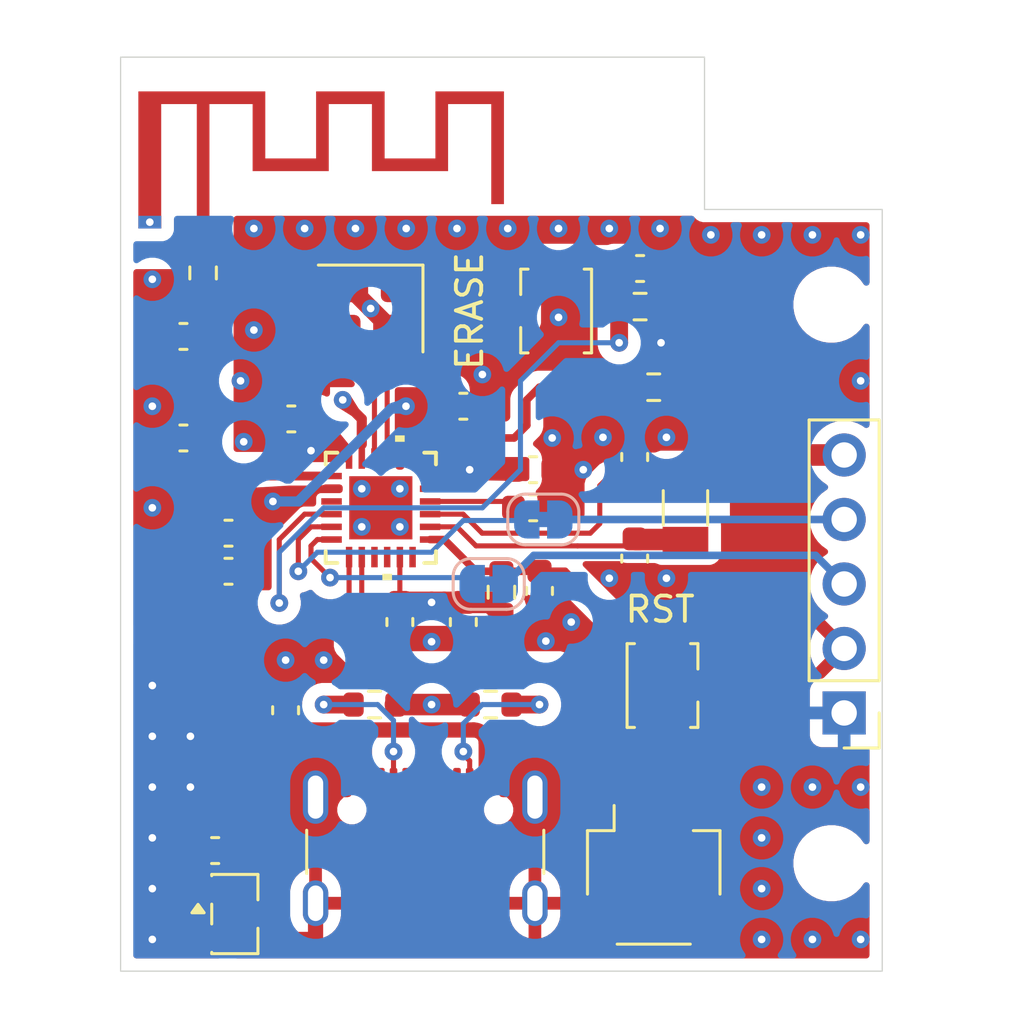
<source format=kicad_pcb>
(kicad_pcb (version 20241229) (generator "pcbnew") (generator_version "9.0")
  (layers (0 "F.Cu" signal) (4 "In1.Cu" signal) (6 "In2.Cu" signal) (2 "B.Cu" signal) (13 "F.Paste" user) (15 "B.Paste" user) (5 "F.SilkS" user "F.Silkscreen") (7 "B.SilkS" user "B.Silkscreen") (1 "F.Mask" user) (3 "B.Mask" user) (25 "Edge.Cuts" user))
  (net 0 "")
  (net 1 "+3V3")
  (net 2 "GND")
  (net 3 "Net-(U1-X48P)")
  (net 4 "Net-(U1-X48N)")
  (net 5 "+VDDR")
  (net 6 "Net-(U1-DIO3_X32P)")
  (net 7 "Net-(U1-DIO4_X32N)")
  (net 8 "Net-(U1-RSTN)")
  (net 9 "/RF_MCU")
  (net 10 "/RF_IMP_MATCH")
  (net 11 "/RF_ANTENNA")
  (net 12 "+VDDD")
  (net 13 "/SWDIO")
  (net 20 "+VBUS")
  (net 24 "/SWCLK")
  (net 25 "/CC2")
  (net 26 "/CC1")
  (net 27 "/UART_RX")
  (net 28 "/UART_TX")
  (net 29 "/SEN_OUT")
  (net 30 "/SEN_OUT_MCU")
  (net 31 "/UART_RX_OUT")
  (net 32 "/UART_TX_OUT")
  (net 33 "/ERASE")
  (footprint "Capacitor_SMD:C_0603_1608Metric" (layer "F.Cu") (at 150 104.25 -90)
    (property "Reference" "C2" (hide yes))
    (property "Value" "0u1")
    (pad "1" smd roundrect (at -0.775 0 270) (size 0.9 0.95) (layers "F.Cu" "F.Mask" "F.Paste") (net 1 "+3V3"))
    (pad "2" smd roundrect (at 0.775 0 270) (size 0.9 0.95) (layers "F.Cu" "F.Mask" "F.Paste") (net 2 "GND"))
  )
  (footprint "Crystal:Crystal_SMD_3225-4Pin_3.2x2.5mm" (layer "F.Cu") (at 148.85 91.9 180)
    (property "Reference" "Y1" (hide yes))
    (property "Value" "48M")
    (pad "1" smd roundrect (at -1.1 0.85 180) (size 1.4 1.2) (layers "F.Cu" "F.Mask" "F.Paste") (roundrect_rratio 0.208333) (net 3 "Net-(U1-X48P)"))
    (pad "2" smd roundrect (at 1.1 0.85 180) (size 1.4 1.2) (layers "F.Cu" "F.Mask" "F.Paste") (roundrect_rratio 0.208333) (net 2 "GND"))
    (pad "3" smd roundrect (at 1.1 -0.85 180) (size 1.4 1.2) (layers "F.Cu" "F.Mask" "F.Paste") (roundrect_rratio 0.208333) (net 4 "Net-(U1-X48N)"))
    (pad "4" smd roundrect (at -1.1 -0.85 180) (size 1.4 1.2) (layers "F.Cu" "F.Mask" "F.Paste") (roundrect_rratio 0.208333) (net 2 "GND"))
  )
  (footprint "Capacitor_SMD:C_0603_1608Metric" (layer "F.Cu") (at 152.5 95.75)
    (property "Reference" "C6" (hide yes))
    (property "Value" "0u1")
    (pad "1" smd roundrect (at -0.775 0) (size 0.9 0.95) (layers "F.Cu" "F.Mask" "F.Paste") (net 5 "+VDDR"))
    (pad "2" smd roundrect (at 0.775 0) (size 0.9 0.95) (layers "F.Cu" "F.Mask" "F.Paste") (net 2 "GND"))
  )
  (footprint "Capacitor_SMD:C_0603_1608Metric" (layer "F.Cu") (at 152.5 104.25 -90)
    (property "Reference" "C4" (hide yes))
    (property "Value" "10u")
    (pad "1" smd roundrect (at -0.775 0 270) (size 0.9 0.95) (layers "F.Cu" "F.Mask" "F.Paste") (net 1 "+3V3"))
    (pad "2" smd roundrect (at 0.775 0 270) (size 0.9 0.95) (layers "F.Cu" "F.Mask" "F.Paste") (net 2 "GND"))
  )
  (footprint "Resistor_SMD:R_0603_1608Metric" (layer "F.Cu") (at 154 103.075 -90)
    (property "Reference" "R1" (hide yes))
    (property "Value" "5k1")
    (pad "1" smd roundrect (at -0.825 0 270) (size 0.8 0.95) (layers "F.Cu" "F.Mask" "F.Paste") (net 8 "Net-(U1-RSTN)"))
    (pad "2" smd roundrect (at 0.825 0 270) (size 0.8 0.95) (layers "F.Cu" "F.Mask" "F.Paste") (net 1 "+3V3"))
  )
  (footprint "Capacitor_SMD:C_0603_1608Metric" (layer "F.Cu") (at 142.725 113.25)
    (property "Reference" "C8" (hide yes))
    (property "Value" "1u")
    (pad "1" smd roundrect (at -0.775 0) (size 0.9 0.95) (layers "F.Cu" "F.Mask" "F.Paste") (net 1 "+3V3"))
    (pad "2" smd roundrect (at 0.775 0) (size 0.9 0.95) (layers "F.Cu" "F.Mask" "F.Paste") (net 2 "GND"))
  )
  (footprint "Capacitor_SMD:C_0603_1608Metric" (layer "F.Cu") (at 155.5 103.025 -90)
    (property "Reference" "C13" (hide yes))
    (property "Value" "1u")
    (pad "1" smd roundrect (at -0.775 0 270) (size 0.9 0.95) (layers "F.Cu" "F.Mask" "F.Paste") (net 8 "Net-(U1-RSTN)"))
    (pad "2" smd roundrect (at 0.775 0 270) (size 0.9 0.95) (layers "F.Cu" "F.Mask" "F.Paste") (net 2 "GND"))
  )
  (footprint "Capacitor_SMD:C_0603_1608Metric" (layer "F.Cu") (at 141.475 97 180)
    (property "Reference" "C14" (hide yes))
    (property "Value" "1p5")
    (pad "1" smd roundrect (at -0.775 0 180) (size 0.9 0.95) (layers "F.Cu" "F.Mask" "F.Paste") (net 9 "/RF_MCU"))
    (pad "2" smd roundrect (at 0.775 0 180) (size 0.9 0.95) (layers "F.Cu" "F.Mask" "F.Paste") (net 2 "GND"))
  )
  (footprint "Connector_USB:USB_C_Receptacle_GCT_USB4105-xx-A_16P_TopMnt_Horizontal" (layer "F.Cu") (at 151 114.25)
    (property "Reference" "J3" (hide yes))
    (property "Value" "USB_C_Receptacle_USB2.0_16P")
    (pad "" np_thru_hole circle (at -2.89 -2.605) (size 0.65 0.65) (drill 0.65) (layers "*.Cu" "*.Mask"))
    (pad "" np_thru_hole circle (at 2.89 -2.605) (size 0.65 0.65) (drill 0.65) (layers "*.Cu" "*.Mask"))
    (pad "A1" smd roundrect (at -3.2 -3.68) (size 0.6 1.15) (layers "F.Cu" "F.Mask" "F.Paste") (net 2 "GND"))
    (pad "A4" smd roundrect (at -2.4 -3.68) (size 0.6 1.15) (layers "F.Cu" "F.Mask" "F.Paste") (net 20 "+VBUS"))
    (pad "A5" smd roundrect (at -1.25 -3.68) (size 0.3 1.15) (layers "F.Cu" "F.Mask" "F.Paste") (net 26 "/CC1"))
    (pad "A6" smd roundrect (at -0.25 -3.68) (size 0.3 1.15) (layers "F.Cu" "F.Mask" "F.Paste"))
    (pad "A7" smd roundrect (at 0.25 -3.68) (size 0.3 1.15) (layers "F.Cu" "F.Mask" "F.Paste"))
    (pad "A8" smd roundrect (at 1.25 -3.68) (size 0.3 1.15) (layers "F.Cu" "F.Mask" "F.Paste"))
    (pad "A9" smd roundrect (at 2.4 -3.68) (size 0.6 1.15) (layers "F.Cu" "F.Mask" "F.Paste") (net 20 "+VBUS"))
    (pad "A12" smd roundrect (at 3.2 -3.68) (size 0.6 1.15) (layers "F.Cu" "F.Mask" "F.Paste") (net 2 "GND"))
    (pad "B1" smd roundrect (at 3.2 -3.68) (size 0.6 1.15) (layers "F.Cu" "F.Mask" "F.Paste") (net 2 "GND"))
    (pad "B4" smd roundrect (at 2.4 -3.68) (size 0.6 1.15) (layers "F.Cu" "F.Mask" "F.Paste") (net 20 "+VBUS"))
    (pad "B5" smd roundrect (at 1.75 -3.68) (size 0.3 1.15) (layers "F.Cu" "F.Mask" "F.Paste") (net 25 "/CC2"))
    (pad "B6" smd roundrect (at 0.75 -3.68) (size 0.3 1.15) (layers "F.Cu" "F.Mask" "F.Paste"))
    (pad "B7" smd roundrect (at -0.75 -3.68) (size 0.3 1.15) (layers "F.Cu" "F.Mask" "F.Paste"))
    (pad "B8" smd roundrect (at -1.75 -3.68) (size 0.3 1.15) (layers "F.Cu" "F.Mask" "F.Paste"))
    (pad "B9" smd roundrect (at -2.4 -3.68) (size 0.6 1.15) (layers "F.Cu" "F.Mask" "F.Paste") (net 20 "+VBUS"))
    (pad "B12" smd roundrect (at -3.2 -3.68) (size 0.6 1.15) (layers "F.Cu" "F.Mask" "F.Paste") (net 2 "GND"))
    (pad "S1" thru_hole oval (at -4.32 -3.105) (size 1 2.1) (drill oval 0.6 1.7) (property pad_prop_heatsink) (layers "*.Cu" "*.Mask" "F.Paste") (net 2 "GND"))
    (pad "S1" thru_hole oval (at -4.32 1.075) (size 1 1.8) (drill oval 0.6 1.4) (property pad_prop_heatsink) (layers "*.Cu" "*.Mask" "F.Paste") (net 2 "GND"))
    (pad "S1" thru_hole oval (at 4.32 -3.105) (size 1 2.1) (drill oval 0.6 1.7) (property pad_prop_heatsink) (layers "*.Cu" "*.Mask" "F.Paste") (net 2 "GND"))
    (pad "S1" thru_hole oval (at 4.32 1.075) (size 1 1.8) (drill oval 0.6 1.4) (property pad_prop_heatsink) (layers "*.Cu" "*.Mask" "F.Paste") (net 2 "GND"))
  )
  (footprint "Capacitor_SMD:C_0603_1608Metric" (layer "F.Cu") (at 155.25 99.75)
    (property "Reference" "C7" (hide yes))
    (property "Value" "1u")
    (pad "1" smd roundrect (at -0.775 0) (size 0.9 0.95) (layers "F.Cu" "F.Mask" "F.Paste") (net 12 "+VDDD"))
    (pad "2" smd roundrect (at 0.775 0) (size 0.9 0.95) (layers "F.Cu" "F.Mask" "F.Paste") (net 2 "GND"))
  )
  (footprint "RF_Antenna:Texas_SWRA117D_2.4GHz_Right" (layer "F.Cu") (at 142.25 88.5)
    (property "Reference" "J1" (hide yes))
    (property "Value" "Conn_Coaxial")
    (fp_poly (pts (xy 2.45 -2.51) (xy 4.45 -2.51) (xy 4.45 -5.15) (xy 7.15 -5.15) (xy 7.15 -2.51) (xy 9.15 -2.51) (xy 9.15 -5.15) (xy 11.85 -5.15) (xy 11.85 -0.71) (xy 11.35 -0.71) (xy 11.35 -4.65) (xy 9.65 -4.65) (xy 9.65 -2.01) (xy 6.65 -2.01) (xy 6.65 -4.65) (xy 4.95 -4.65) (xy 4.95 -2.01) (xy 1.95 -2.01) (xy 1.95 -4.65) (xy 0.25 -4.65) (xy 0.25 0.25) (xy -0.25 0.25) (xy -0.25 -4.65) (xy -1.65 -4.65) (xy -1.65 0.25) (xy -2.55 0.25) (xy -2.55 0.006785) (xy -2.247583 0.006785) (xy -2.237742 0.054395) (xy -2.213674 0.096797) (xy -2.175731 0.129581) (xy -2.167819 0.133935) (xy -2.125156 0.146043) (xy -2.076637 0.1453) (xy -2.031122 0.1324) (xy -2.012511 0.121787) (xy -1.978868 0.086553) (xy -1.958309 0.041368) (xy -1.951778 -0.008158) (xy -1.960218 -0.056417) (xy -1.977112 -0.088643) (xy -2.012372 -0.121313) (xy -2.057682 -0.141408) (xy -2.107267 -0.147982) (xy -2.155353 -0.140092) (xy -2.188245 -0.123186) (xy -2.223185 -0.086416) (xy -2.242847 -0.041622) (xy -2.247583 0.006785) (xy -2.55 0.006785) (xy -2.55 -5.15) (xy 2.45 -5.15) (xy 2.45 -2.51)) (fill yes) (layer "F.Cu"))
    (pad "1" connect rect (at 0 0) (size 0.5 0.5) (layers "F.Cu") (net 11 "/RF_ANTENNA"))
    (pad "2" thru_hole rect (at -2.1 0) (size 0.9 0.5) (drill 0.3) (layers "*.Cu") (net 2 "GND"))
  )
  (footprint "Resistor_SMD:R_0603_1608Metric" (layer "F.Cu") (at 160 95 180)
    (property "Reference" "R4" (hide yes))
    (property "Value" "5k1")
    (pad "1" smd roundrect (at -0.825 0 180) (size 0.8 0.95) (layers "F.Cu" "F.Mask" "F.Paste") (net 29 "/SEN_OUT"))
    (pad "2" smd roundrect (at 0.825 0 180) (size 0.8 0.95) (layers "F.Cu" "F.Mask" "F.Paste") (net 30 "/SEN_OUT_MCU"))
  )
  (footprint "Connector_PinHeader_2.54mm:PinHeader_1x05_P2.54mm_Vertical" (layer "F.Cu") (at 167.5 107.83 180)
    (property "Reference" "U2" (hide yes))
    (property "Value" "SEN0609")
    (pad "1" thru_hole rect (at 0 0 180) (size 1.7 1.7) (drill 1) (layers "*.Cu" "*.Mask") (net 1 "+3V3"))
    (pad "2" thru_hole circle (at 0 2.54 180) (size 1.7 1.7) (drill 1) (layers "*.Cu" "*.Mask") (net 2 "GND"))
    (pad "3" thru_hole circle (at 0 5.08 180) (size 1.7 1.7) (drill 1) (layers "*.Cu" "*.Mask") (net 32 "/UART_TX_OUT"))
    (pad "4" thru_hole circle (at 0 7.62 180) (size 1.7 1.7) (drill 1) (layers "*.Cu" "*.Mask") (net 31 "/UART_RX_OUT"))
    (pad "5" thru_hole circle (at 0 10.16 180) (size 1.7 1.7) (drill 1) (layers "*.Cu" "*.Mask") (net 29 "/SEN_OUT"))
  )
  (footprint "Capacitor_SMD:C_0603_1608Metric" (layer "F.Cu") (at 155.25 98.25)
    (property "Reference" "C3" (hide yes))
    (property "Value" "0u1")
    (pad "1" smd roundrect (at -0.775 0) (size 0.9 0.95) (layers "F.Cu" "F.Mask" "F.Paste") (net 1 "+3V3"))
    (pad "2" smd roundrect (at 0.775 0) (size 0.9 0.95) (layers "F.Cu" "F.Mask" "F.Paste") (net 2 "GND"))
  )
  (footprint "Package_TO_SOT_SMD:SOT-23-3" (layer "F.Cu") (at 143.5 115.75)
    (property "Reference" "U3" (hide yes))
    (property "Value" "XC6206P332MR-G")
    (pad "1" smd roundrect (at -1.1375 -0.95) (size 1.325 0.6) (layers "F.Cu" "F.Mask" "F.Paste") (net 2 "GND"))
    (pad "2" smd roundrect (at -1.1375 0.95) (size 1.325 0.6) (layers "F.Cu" "F.Mask" "F.Paste") (net 1 "+3V3"))
    (pad "3" smd roundrect (at 1.1375 0) (size 1.325 0.6) (layers "F.Cu" "F.Mask" "F.Paste") (net 20 "+VBUS"))
  )
  (footprint "Inductor_SMD:L_0402_1005Metric" (layer "F.Cu") (at 142.25 95 90)
    (property "Reference" "L2" (hide yes))
    (property "Value" "2n8")
    (pad "1" smd roundrect (at -0.485 0 90) (size 0.59 0.64) (layers "F.Cu" "F.Mask" "F.Paste") (net 9 "/RF_MCU"))
    (pad "2" smd roundrect (at 0.485 0 90) (size 0.59 0.64) (layers "F.Cu" "F.Mask" "F.Paste") (net 10 "/RF_IMP_MATCH"))
  )
  (footprint "Capacitor_SMD:C_0603_1608Metric" (layer "F.Cu") (at 145.725 96.25 180)
    (property "Reference" "C1" (hide yes))
    (property "Value" "0u1")
    (pad "1" smd roundrect (at -0.775 0 180) (size 0.9 0.95) (layers "F.Cu" "F.Mask" "F.Paste") (net 1 "+3V3"))
    (pad "2" smd roundrect (at 0.775 0 180) (size 0.9 0.95) (layers "F.Cu" "F.Mask" "F.Paste") (net 2 "GND"))
  )
  (footprint "Resistor_SMD:R_0603_1608Metric" (layer "F.Cu") (at 153.575 107.5)
    (property "Reference" "R2" (hide yes))
    (property "Value" "5k1")
    (pad "1" smd roundrect (at -0.825 0) (size 0.8 0.95) (layers "F.Cu" "F.Mask" "F.Paste") (net 2 "GND"))
    (pad "2" smd roundrect (at 0.825 0) (size 0.8 0.95) (layers "F.Cu" "F.Mask" "F.Paste") (net 25 "/CC2"))
  )
  (footprint "Resistor_SMD:R_0603_1608Metric" (layer "F.Cu") (at 149 107.5 180)
    (property "Reference" "R3" (hide yes))
    (property "Value" "5k1")
    (pad "1" smd roundrect (at -0.825 0 180) (size 0.8 0.95) (layers "F.Cu" "F.Mask" "F.Paste") (net 2 "GND") (thermal_gap 0.25))
    (pad "2" smd roundrect (at 0.825 0 180) (size 0.8 0.95) (layers "F.Cu" "F.Mask" "F.Paste") (net 26 "/CC1"))
  )
  (footprint "footprints:VQFN24_RGE-B_TEX" (layer "F.Cu") (at 149.25 99.75)
    (property "Reference" "U1" (hide yes))
    (property "Value" "CC2340R52E0RGER")
    (pad "1" smd rect (at -1.9407 -1.250315 90) (size 0.2548 0.807999) (layers "F.Cu" "F.Mask" "F.Paste") (net 9 "/RF_MCU"))
    (pad "2" smd rect (at -1.9407 -0.750189 90) (size 0.2548 0.807999) (layers "F.Cu" "F.Mask" "F.Paste") (net 5 "+VDDR"))
    (pad "3" smd rect (at -1.9407 -0.250063 90) (size 0.2548 0.807999) (layers "F.Cu" "F.Mask" "F.Paste"))
    (pad "4" smd rect (at -1.9407 0.250063 90) (size 0.2548 0.807999) (layers "F.Cu" "F.Mask" "F.Paste") (net 33 "/ERASE"))
    (pad "5" smd rect (at -1.9407 0.750189 90) (size 0.2548 0.807999) (layers "F.Cu" "F.Mask" "F.Paste") (net 27 "/UART_RX"))
    (pad "6" smd rect (at -1.9407 1.250315 90) (size 0.2548 0.807999) (layers "F.Cu" "F.Mask" "F.Paste") (net 28 "/UART_TX"))
    (pad "7" smd rect (at -1.250315 1.9407) (size 0.2548 0.807999) (layers "F.Cu" "F.Mask" "F.Paste") (net 13 "/SWDIO"))
    (pad "8" smd rect (at -0.750189 1.9407) (size 0.2548 0.807999) (layers "F.Cu" "F.Mask" "F.Paste") (net 24 "/SWCLK"))
    (pad "9" smd rect (at -0.250063 1.9407) (size 0.2548 0.807999) (layers "F.Cu" "F.Mask" "F.Paste"))
    (pad "10" smd rect (at 0.250063 1.9407) (size 0.2548 0.807999) (layers "F.Cu" "F.Mask" "F.Paste"))
    (pad "11" smd rect (at 0.750189 1.9407) (size 0.2548 0.807999) (layers "F.Cu" "F.Mask" "F.Paste") (net 1 "+3V3"))
    (pad "12" smd rect (at 1.250315 1.9407) (size 0.2548 0.807999) (layers "F.Cu" "F.Mask" "F.Paste"))
    (pad "13" smd rect (at 1.9407 1.250315 90) (size 0.2548 0.807999) (layers "F.Cu" "F.Mask" "F.Paste") (net 8 "Net-(U1-RSTN)"))
    (pad "14" smd rect (at 1.9407 0.750189 90) (size 0.2548 0.807999) (layers "F.Cu" "F.Mask" "F.Paste") (net 6 "Net-(U1-DIO3_X32P)"))
    (pad "15" smd rect (at 1.9407 0.250063 90) (size 0.2548 0.807999) (layers "F.Cu" "F.Mask" "F.Paste") (net 7 "Net-(U1-DIO4_X32N)"))
    (pad "16" smd rect (at 1.9407 -0.250063 90) (size 0.2548 0.807999) (layers "F.Cu" "F.Mask" "F.Paste") (net 12 "+VDDD"))
    (pad "17" smd rect (at 1.9407 -0.750189 90) (size 0.2548 0.807999) (layers "F.Cu" "F.Mask" "F.Paste"))
    (pad "18" smd rect (at 1.9407 -1.250315 90) (size 0.2548 0.807999) (layers "F.Cu" "F.Mask" "F.Paste") (net 1 "+3V3"))
    (pad "19" smd rect (at 1.250315 -1.9407) (size 0.2548 0.807999) (layers "F.Cu" "F.Mask" "F.Paste") (net 30 "/SEN_OUT_MCU"))
    (pad "20" smd rect (at 0.750189 -1.9407) (size 0.2548 0.807999) (layers "F.Cu" "F.Mask" "F.Paste") (net 5 "+VDDR"))
    (pad "21" smd rect (at 0.250063 -1.9407) (size 0.2548 0.807999) (layers "F.Cu" "F.Mask" "F.Paste") (net 3 "Net-(U1-X48P)"))
    (pad "22" smd rect (at -0.250063 -1.9407) (size 0.2548 0.807999) (layers "F.Cu" "F.Mask" "F.Paste") (net 4 "Net-(U1-X48N)"))
    (pad "23" smd rect (at -0.750189 -1.9407) (size 0.2548 0.807999) (layers "F.Cu" "F.Mask" "F.Paste") (net 2 "GND"))
    (pad "24" smd rect (at -1.250315 -1.9407) (size 0.2548 0.807999) (layers "F.Cu" "F.Mask" "F.Paste") (net 1 "+3V3"))
    (pad "25" smd rect (at 0 0) (size 2.4892 2.4892) (layers "F.Cu" "F.Mask" "F.Paste") (net 2 "GND"))
  )
  (footprint "Capacitor_SMD:C_0603_1608Metric" (layer "F.Cu") (at 159.25 101.75 -90)
    (property "Reference" "C11" (hide yes))
    (property "Value" "15p")
    (pad "1" smd roundrect (at -0.775 0 270) (size 0.9 0.95) (layers "F.Cu" "F.Mask" "F.Paste") (net 6 "Net-(U1-DIO3_X32P)"))
    (pad "2" smd roundrect (at 0.775 0 270) (size 0.9 0.95) (layers "F.Cu" "F.Mask" "F.Paste") (net 2 "GND"))
  )
  (footprint "Capacitor_SMD:C_0603_1608Metric" (layer "F.Cu") (at 143.25 102.25 180)
    (property "Reference" "C10" (hide yes))
    (property "Value" "10u")
    (pad "1" smd roundrect (at -0.775 0 180) (size 0.9 0.95) (layers "F.Cu" "F.Mask" "F.Paste") (net 5 "+VDDR"))
    (pad "2" smd roundrect (at 0.775 0 180) (size 0.9 0.95) (layers "F.Cu" "F.Mask" "F.Paste") (net 2 "GND"))
  )
  (footprint "Resistor_SMD:R_0603_1608Metric" (layer "F.Cu") (at 159.4625 91.825)
    (property "Reference" "R5" (hide yes))
    (property "Value" "5k1")
    (pad "1" smd roundrect (at -0.825 0) (size 0.8 0.95) (layers "F.Cu" "F.Mask" "F.Paste") (net 33 "/ERASE"))
    (pad "2" smd roundrect (at 0.825 0) (size 0.8 0.95) (layers "F.Cu" "F.Mask" "F.Paste") (net 1 "+3V3"))
  )
  (footprint "Button_Switch_SMD:SW_SPST_B3U-1100P" (layer "F.Cu") (at 155.33 92 -90)
    (property "Reference" "SW2" (hide yes))
    (property "Value" "SW_Push")
    (property "Label" "ERASE" (at 0 2.58 90) (layer "F.SilkS"))
    (pad "1" smd rect (at -1.7 -0.82 270) (size 0.9 1.7) (layers "F.Cu" "F.Mask" "F.Paste") (net 33 "/ERASE"))
    (pad "2" smd rect (at 1.7 -0.82 270) (size 0.9 1.7) (layers "F.Cu" "F.Mask" "F.Paste") (net 2 "GND"))
    (pad "3" smd rect (at 0 0.82 270) (size 0.8 1.1) (layers "F.Cu" "F.Mask" "F.Paste"))
  )
  (footprint "Capacitor_SMD:C_0603_1608Metric" (layer "F.Cu") (at 159.4625 90.325)
    (property "Reference" "C17" (hide yes))
    (property "Value" "1u")
    (pad "1" smd roundrect (at -0.775 0) (size 0.9 0.95) (layers "F.Cu" "F.Mask" "F.Paste") (net 33 "/ERASE"))
    (pad "2" smd roundrect (at 0.775 0) (size 0.9 0.95) (layers "F.Cu" "F.Mask" "F.Paste") (net 2 "GND"))
  )
  (footprint "Capacitor_SMD:C_0603_1608Metric" (layer "F.Cu") (at 159.25 97.75 90)
    (property "Reference" "C12" (hide yes))
    (property "Value" "15p")
    (pad "1" smd roundrect (at -0.775 0 90) (size 0.9 0.95) (layers "F.Cu" "F.Mask" "F.Paste") (net 7 "Net-(U1-DIO4_X32N)"))
    (pad "2" smd roundrect (at 0.775 0 90) (size 0.9 0.95) (layers "F.Cu" "F.Mask" "F.Paste") (net 2 "GND"))
  )
  (footprint "Resistor_SMD:R_0603_1608Metric" (layer "F.Cu") (at 142.25 90.5 -90)
    (property "Reference" "R6" (hide yes))
    (property "Value" "0")
    (pad "1" smd roundrect (at -0.825 0 270) (size 0.8 0.95) (layers "F.Cu" "F.Mask" "F.Paste") (net 11 "/RF_ANTENNA"))
    (pad "2" smd roundrect (at 0.825 0 270) (size 0.8 0.95) (layers "F.Cu" "F.Mask" "F.Paste") (net 10 "/RF_IMP_MATCH"))
  )
  (footprint "Capacitor_SMD:C_0603_1608Metric" (layer "F.Cu") (at 145.5 107.725 90)
    (property "Reference" "C9" (hide yes))
    (property "Value" "1u")
    (pad "1" smd roundrect (at -0.775 0 90) (size 0.9 0.95) (layers "F.Cu" "F.Mask" "F.Paste") (net 20 "+VBUS"))
    (pad "2" smd roundrect (at 0.775 0 90) (size 0.9 0.95) (layers "F.Cu" "F.Mask" "F.Paste") (net 2 "GND"))
  )
  (footprint "Connector_JST:JST_SH_SM03B-SRSS-TB_1x03-1MP_P1.00mm_Horizontal" (layer "F.Cu") (at 160 114.25)
    (property "Reference" "J2" (hide yes))
    (property "Value" "RPI_DEBUG_PROBE")
    (pad "1" smd roundrect (at -1 -2) (size 0.6 1.55) (layers "F.Cu" "F.Mask" "F.Paste") (net 13 "/SWDIO"))
    (pad "2" smd roundrect (at 0 -2) (size 0.6 1.55) (layers "F.Cu" "F.Mask" "F.Paste") (net 24 "/SWCLK"))
    (pad "3" smd roundrect (at 1 -2) (size 0.6 1.55) (layers "F.Cu" "F.Mask" "F.Paste") (net 2 "GND"))
    (pad "MP" smd roundrect (at -2.3 1.875) (size 1.2 1.8) (layers "F.Cu" "F.Mask" "F.Paste") (roundrect_rratio 0.208333) (net 2 "GND"))
    (pad "MP" smd roundrect (at 2.3 1.875) (size 1.2 1.8) (layers "F.Cu" "F.Mask" "F.Paste") (roundrect_rratio 0.208333) (net 2 "GND"))
  )
  (footprint "MountingHole:MountingHole_2.5mm" (layer "F.Cu") (at 167 113.75 90)
    (property "Reference" "H2" (hide yes))
    (property "Value" "MountingHole")
    (pad "" np_thru_hole circle (at 0 0 90) (size 2.5 2.5) (drill 2.5) (layers "*.Cu" "*.Mask"))
  )
  (footprint "Crystal:Crystal_SMD_3215-2Pin_3.2x1.5mm" (layer "F.Cu") (at 161.25 99.75 -90)
    (property "Reference" "Y2" (hide yes))
    (property "Value" "32k768")
    (pad "1" smd rect (at 1.25 0 270) (size 1 1.8) (layers "F.Cu" "F.Mask" "F.Paste") (net 6 "Net-(U1-DIO3_X32P)"))
    (pad "2" smd rect (at -1.25 0 270) (size 1 1.8) (layers "F.Cu" "F.Mask" "F.Paste") (net 7 "Net-(U1-DIO4_X32N)"))
  )
  (footprint "Capacitor_SMD:C_0603_1608Metric" (layer "F.Cu") (at 143.25 100.75 180)
    (property "Reference" "C5" (hide yes))
    (property "Value" "0u1")
    (pad "1" smd roundrect (at -0.775 0 180) (size 0.9 0.95) (layers "F.Cu" "F.Mask" "F.Paste") (net 5 "+VDDR"))
    (pad "2" smd roundrect (at 0.775 0 180) (size 0.9 0.95) (layers "F.Cu" "F.Mask" "F.Paste") (net 2 "GND"))
  )
  (footprint "MountingHole:MountingHole_2.5mm" (layer "F.Cu") (at 167 91.75 90)
    (property "Reference" "H1" (hide yes))
    (property "Value" "MountingHole")
    (pad "" np_thru_hole circle (at 0 0 90) (size 2.5 2.5) (drill 2.5) (layers "*.Cu" "*.Mask"))
  )
  (footprint "Button_Switch_SMD:SW_SPST_B3U-1100P" (layer "F.Cu") (at 161.17 106.75 90)
    (property "Reference" "SW1" (hide yes))
    (property "Value" "SW_Push")
    (property "Label" "RST" (at 3 -0.92 0) (layer "F.SilkS"))
    (pad "1" smd rect (at -1.7 -0.82 90) (size 0.9 1.7) (layers "F.Cu" "F.Mask" "F.Paste") (net 2 "GND"))
    (pad "2" smd rect (at 1.7 -0.82 90) (size 0.9 1.7) (layers "F.Cu" "F.Mask" "F.Paste") (net 8 "Net-(U1-RSTN)"))
    (pad "3" smd rect (at 0 0.82 90) (size 0.8 1.1) (layers "F.Cu" "F.Mask" "F.Paste"))
  )
  (footprint "Capacitor_SMD:C_0603_1608Metric" (layer "F.Cu") (at 141.475 93 180)
    (property "Reference" "C15" (hide yes))
    (property "Value" "1p5")
    (pad "1" smd roundrect (at -0.775 0 180) (size 0.9 0.95) (layers "F.Cu" "F.Mask" "F.Paste") (net 10 "/RF_IMP_MATCH"))
    (pad "2" smd roundrect (at 0.775 0 180) (size 0.9 0.95) (layers "F.Cu" "F.Mask" "F.Paste") (net 2 "GND"))
  )
  (footprint "Jumper:SolderJumper-2_P1.3mm_Bridged_RoundedPad1.0x1.5mm" (layer "B.Cu") (at 155.65 100.21)
    (property "Reference" "JP1" (hide yes))
    (property "Value" "SolderJumper_2_Bridged")
    (fp_poly (pts (xy 0.25 0.3) (xy -0.25 0.3) (xy -0.25 -0.3) (xy 0.25 -0.3)) (fill yes) (layer "B.Cu"))
    (pad "1" smd custom (at -0.65 0) (size 1 0.5) (layers "B.Cu" "B.Mask") (net 27 "/UART_RX") (options (clearance outline) (anchor rect)) (primitives (gr_circle (center 0 -0.25) (end 0.5 -0.25) (width 0) (fill yes)) (gr_circle (center 0 0.25) (end 0.5 0.25) (width 0) (fill yes)) (gr_poly (pts (xy 0.5 -0.75) (xy 0 -0.75) (xy 0 0.75) (xy 0.5 0.75)) (width 0) (fill yes))))
    (pad "2" smd custom (at 0.65 0) (size 1 0.5) (layers "B.Cu" "B.Mask") (net 31 "/UART_RX_OUT") (options (clearance outline) (anchor rect)) (primitives (gr_circle (center 0 -0.25) (end 0.5 -0.25) (width 0) (fill yes)) (gr_circle (center 0 0.25) (end 0.5 0.25) (width 0) (fill yes)) (gr_poly (pts (xy 0 -0.75) (xy -0.5 -0.75) (xy -0.5 0.75) (xy 0 0.75)) (width 0) (fill yes))))
  )
  (footprint "Jumper:SolderJumper-2_P1.3mm_Bridged_RoundedPad1.0x1.5mm" (layer "B.Cu") (at 153.5 102.75)
    (property "Reference" "JP2" (hide yes))
    (property "Value" "SolderJumper_2_Bridged")
    (fp_poly (pts (xy 0.25 0.3) (xy -0.25 0.3) (xy -0.25 -0.3) (xy 0.25 -0.3)) (fill yes) (layer "B.Cu"))
    (pad "1" smd custom (at -0.65 0) (size 1 0.5) (layers "B.Cu" "B.Mask") (net 28 "/UART_TX") (options (clearance outline) (anchor rect)) (primitives (gr_circle (center 0 -0.25) (end 0.5 -0.25) (width 0) (fill yes)) (gr_circle (center 0 0.25) (end 0.5 0.25) (width 0) (fill yes)) (gr_poly (pts (xy 0.5 -0.75) (xy 0 -0.75) (xy 0 0.75) (xy 0.5 0.75)) (width 0) (fill yes))))
    (pad "2" smd custom (at 0.65 0) (size 1 0.5) (layers "B.Cu" "B.Mask") (net 32 "/UART_TX_OUT") (options (clearance outline) (anchor rect)) (primitives (gr_circle (center 0 -0.25) (end 0.5 -0.25) (width 0) (fill yes)) (gr_circle (center 0 0.25) (end 0.5 0.25) (width 0) (fill yes)) (gr_poly (pts (xy 0 -0.75) (xy -0.5 -0.75) (xy -0.5 0.75) (xy 0 0.75)) (width 0) (fill yes))))
  )
  (gr_poly (pts (xy 139 82) (xy 162 82) (xy 162 88) (xy 169 88) (xy 169 118) (xy 139 118)) (stroke (width 0.05)) (fill no) (layer "Edge.Cuts"))
  (segment (start 151.75 103.475) (end 151.25 103.475) (width 0.85) (layer "F.Cu") (net 1))
  (segment (start 152.5 98.5) (end 152.75 98.25) (width 0.3) (layer "F.Cu") (net 1))
  (segment (start 151.75 103.475) (end 153.575 103.475) (width 0.85) (layer "F.Cu") (net 1))
  (segment (start 151.1907 98.499685) (end 151.749685 98.499685) (width 0.2) (layer "F.Cu") (net 1))
  (segment (start 151.749685 98.499685) (end 151.75 98.5) (width 0.2) (layer "F.Cu") (net 1))
  (segment (start 160.2875 93.25) (end 160.2875 91.825) (width 0.7) (layer "F.Cu") (net 1))
  (segment (start 150.000189 103.474811) (end 150 103.475) (width 0.2) (layer "F.Cu") (net 1))
  (segment (start 151.75 98.5) (end 152.5 98.5) (width 0.3) (layer "F.Cu") (net 1))
  (segment (start 151.25 103.475) (end 150 103.475) (width 0.85) (layer "F.Cu") (net 1))
  (segment (start 152.75 98.25) (end 154.475 98.25) (width 0.7) (layer "F.Cu") (net 1))
  (segment (start 150.000189 101.6907) (end 150.000189 103.474811) (width 0.2) (layer "F.Cu") (net 1))
  (segment (start 153.575 103.475) (end 154 103.9) (width 0.85) (layer "F.Cu") (net 1))
  (via (at 146.5 97.5) (size 0.7) (drill 0.3) (layers "F.Cu" "B.Cu") (net 1))
  (via (at 140.25 106.75) (size 0.7) (drill 0.3) (layers "F.Cu" "B.Cu") (net 1))
  (via (at 140.25 116.75) (size 0.7) (drill 0.3) (layers "F.Cu" "B.Cu") (net 1))
  (via (at 152.75 98.25) (size 0.7) (drill 0.3) (layers "F.Cu" "B.Cu") (net 1))
  (via (at 140.25 114.75) (size 0.7) (drill 0.3) (layers "F.Cu" "B.Cu") (net 1))
  (via (at 140.25 110.75) (size 0.7) (drill 0.3) (layers "F.Cu" "B.Cu") (net 1))
  (via (at 141.75 110.75) (size 0.7) (drill 0.3) (layers "F.Cu" "B.Cu") (net 1))
  (via (at 140.25 112.75) (size 0.7) (drill 0.3) (layers "F.Cu" "B.Cu") (net 1))
  (via (at 140.25 108.75) (size 0.7) (drill 0.3) (layers "F.Cu" "B.Cu") (net 1))
  (via (at 151.25 103.475) (size 0.7) (drill 0.3) (layers "F.Cu" "B.Cu") (net 1))
  (via (at 141.75 108.75) (size 0.7) (drill 0.3) (layers "F.Cu" "B.Cu") (net 1))
  (via (at 160.2875 93.25) (size 0.7) (drill 0.3) (layers "F.Cu" "B.Cu") (net 1))
  (segment (start 148 91.05) (end 147.75 91.05) (width 0.7) (layer "F.Cu") (net 2))
  (segment (start 143.526 116.27619) (end 143.526 116.75) (width 0.6) (layer "F.Cu") (net 2))
  (segment (start 143.474 115.274) (end 143.474 116.22419) (width 0.6) (layer "F.Cu") (net 2))
  (segment (start 143.474 116.22419) (end 143.526 116.27619) (width 0.6) (layer "F.Cu") (net 2))
  (segment (start 149.825 107.5) (end 152.75 107.5) (width 0.85) (layer "F.Cu") (net 2))
  (segment (start 149.7 92.75) (end 149.95 92.75) (width 0.7) (layer "F.Cu") (net 2))
  (segment (start 148.85 91.9) (end 149.7 92.75) (width 0.7) (layer "F.Cu") (net 2))
  (segment (start 142.3625 114.8) (end 143 114.8) (width 0.6) (layer "F.Cu") (net 2))
  (segment (start 147.75 95.5) (end 148.499811 96.249811) (width 0.4) (layer "F.Cu") (net 2))
  (segment (start 148.499811 97.25) (end 148.499811 97.8093) (width 0.2) (layer "F.Cu") (net 2))
  (segment (start 143.5 114.3) (end 143.5 113.25) (width 0.6) (layer "F.Cu") (net 2))
  (segment (start 148.499811 96.249811) (end 148.499811 97.25) (width 0.4) (layer "F.Cu") (net 2))
  (segment (start 143.526 116.75) (end 146.68 116.75) (width 0.6) (layer "F.Cu") (net 2))
  (segment (start 146.68 116.75) (end 146.68 115.325) (width 0.6) (layer "F.Cu") (net 2))
  (segment (start 148.85 91.9) (end 148 91.05) (width 0.7) (layer "F.Cu") (net 2))
  (segment (start 143 114.8) (end 143.474 115.274) (width 0.6) (layer "F.Cu") (net 2))
  (via (at 150.25 88.75) (size 0.7) (drill 0.3) (layers "F.Cu" "B.Cu") (net 2))
  (via (at 151.25 105.025) (size 0.7) (drill 0.3) (layers "F.Cu" "B.Cu") (net 2))
  (via (at 156 97) (size 0.7) (drill 0.3) (layers "F.Cu" "B.Cu") (net 2))
  (via (at 147.75 95.5) (size 0.7) (drill 0.3) (layers "F.Cu" "B.Cu") (net 2))
  (via (at 157.225 98.25) (size 0.7) (drill 0.3) (layers "F.Cu" "B.Cu") (net 2))
  (via (at 147 105.75) (size 0.7) (drill 0.3) (layers "F.Cu" "B.Cu") (net 2))
  (via (at 160.5 96.975) (size 0.7) (drill 0.3) (layers "F.Cu" "B.Cu") (net 2))
  (via (at 148.5 99) (size 0.7) (drill 0.3) (layers "F.Cu" "B.Cu") (net 2))
  (via (at 164.25 110.75) (size 0.7) (drill 0.3) (layers "F.Cu" "B.Cu") (net 2))
  (via (at 168.15 89) (size 0.7) (drill 0.3) (layers "F.Cu" "B.Cu") (net 2))
  (via (at 145.5 105.75) (size 0.7) (drill 0.3) (layers "F.Cu" "B.Cu") (net 2))
  (via (at 140.25 90.75) (size 0.7) (drill 0.3) (layers "F.Cu" "B.Cu") (net 2))
  (via (at 156.75 104.25) (size 0.7) (drill 0.3) (layers "F.Cu" "B.Cu") (net 2))
  (via (at 151.25 107.5) (size 0.7) (drill 0.3) (layers "F.Cu" "B.Cu") (net 2))
  (via (at 164.25 114.75) (size 0.7) (drill 0.3) (layers "F.Cu" "B.Cu") (net 2))
  (via (at 153.25 94.5) (size 0.7) (drill 0.3) (layers "F.Cu" "B.Cu") (net 2))
  (via (at 164.25 89) (size 0.7) (drill 0.3) (layers "F.Cu" "B.Cu") (net 2))
  (via (at 160.5 102.525) (size 0.7) (drill 0.3) (layers "F.Cu" "B.Cu") (net 2))
  (via (at 156.25 92.25) (size 0.7) (drill 0.3) (layers "F.Cu" "B.Cu") (net 2))
  (via (at 164.25 112.75) (size 0.7) (drill 0.3) (layers "F.Cu" "B.Cu") (net 2))
  (via (at 140.25 95.75) (size 0.7) (drill 0.3) (layers "F.Cu" "B.Cu") (net 2))
  (via (at 166.25 116.75) (size 0.7) (drill 0.3) (layers "F.Cu" "B.Cu") (net 2))
  (via (at 168.15 110.75) (size 0.7) (drill 0.3) (layers "F.Cu" "B.Cu") (net 2))
  (via (at 148.5 100.5) (size 0.7) (drill 0.3) (layers "F.Cu" "B.Cu") (net 2))
  (via (at 150 99) (size 0.7) (drill 0.3) (layers "F.Cu" "B.Cu") (net 2))
  (via (at 143.85 97.15) (size 0.7) (drill 0.3) (layers "F.Cu" "B.Cu") (net 2))
  (via (at 158.25 102.525) (size 0.7) (drill 0.3) (layers "F.Cu" "B.Cu") (net 2))
  (via (at 148.25 88.75) (size 0.7) (drill 0.3) (layers "F.Cu" "B.Cu") (net 2))
  (via (at 160.25 88.75) (size 0.7) (drill 0.3) (layers "F.Cu" "B.Cu") (net 2))
  (via (at 166.25 89) (size 0.7) (drill 0.3) (layers "F.Cu" "B.Cu") (net 2))
  (via (at 168.15 116.75) (size 0.7) (drill 0.3) (layers "F.Cu" "B.Cu") (net 2))
  (via (at 168.15 94.75) (size 0.7) (drill 0.3) (layers "F.Cu" "B.Cu") (net 2))
  (via (at 158.25 88.75) (size 0.7) (drill 0.3) (layers "F.Cu" "B.Cu") (net 2))
  (via (at 164.25 116.75) (size 0.7) (drill 0.3) (layers "F.Cu" "B.Cu") (net 2))
  (via (at 166.25 110.75) (size 0.7) (drill 0.3) (layers "F.Cu" "B.Cu") (net 2))
  (via (at 146.25 88.75) (size 0.7) (drill 0.3) (layers "F.Cu" "B.Cu") (net 2))
  (via (at 162.25 89) (size 0.7) (drill 0.3) (layers "F.Cu" "B.Cu") (net 2))
  (via (at 150 100.5) (size 0.7) (drill 0.3) (layers "F.Cu" "B.Cu") (net 2))
  (via (at 143.725 94.75) (size 0.7) (drill 0.3) (layers "F.Cu" "B.Cu") (net 2))
  (via (at 152.25 88.75) (size 0.7) (drill 0.3) (layers "F.Cu" "B.Cu") (net 2))
  (via (at 156.25 88.75) (size 0.7) (drill 0.3) (layers "F.Cu" "B.Cu") (net 2))
  (via (at 144.25 88.75) (size 0.7) (drill 0.3) (layers "F.Cu" "B.Cu") (net 2))
  (via (at 154.25 88.75) (size 0.7) (drill 0.3) (layers "F.Cu" "B.Cu") (net 2))
  (via (at 148.85 91.9) (size 0.7) (drill 0.3) (layers "F.Cu" "B.Cu") (net 2))
  (via (at 155.75 105) (size 0.7) (drill 0.3) (layers "F.Cu" "B.Cu") (net 2))
  (via (at 140.25 99.75) (size 0.7) (drill 0.3) (layers "F.Cu" "B.Cu") (net 2))
  (via (at 158 96.975) (size 0.7) (drill 0.3) (layers "F.Cu" "B.Cu") (net 2))
  (via (at 144.25 92.75) (size 0.7) (drill 0.3) (layers "F.Cu" "B.Cu") (net 2))
  (arc (start 143.5 114.3) (mid 143.353553 114.653553) (end 143 114.8) (width 0.6) (layer "F.Cu") (net 2))
  (segment (start 149.500063 97.8093) (end 149.500063 94.749937) (width 0.2) (layer "F.Cu") (net 3))
  (segment (start 149.500063 94.749937) (end 150 94.25) (width 0.2) (layer "F.Cu") (net 3))
  (segment (start 151.25 91.75) (end 150.55 91.05) (width 0.2) (layer "F.Cu") (net 3))
  (segment (start 150 94.25) (end 150.75 94.25) (width 0.2) (layer "F.Cu") (net 3))
  (segment (start 151.25 93.75) (end 151.25 91.75) (width 0.2) (layer "F.Cu") (net 3))
  (segment (start 150.75 94.25) (end 151.25 93.75) (width 0.2) (layer "F.Cu") (net 3))
  (segment (start 150.55 91.05) (end 149.95 91.05) (width 0.2) (layer "F.Cu") (net 3))
  (segment (start 147.75 93.5) (end 147.75 92.75) (width 0.2) (layer "F.Cu") (net 4))
  (segment (start 148.999937 97.8093) (end 148.999937 94.749937) (width 0.2) (layer "F.Cu") (net 4))
  (segment (start 148.999937 94.749937) (end 147.75 93.5) (width 0.2) (layer "F.Cu") (net 4))
  (via (at 150.241053 95.75) (size 0.7) (drill 0.3) (layers "F.Cu" "B.Cu") (net 5))
  (via (at 145 99.5) (size 0.7) (drill 0.3) (layers "F.Cu" "B.Cu") (net 5))
  (segment (start 149.658947 95.841053) (end 150.15 95.841053) (width 0.4) (layer "B.Cu") (net 5))
  (segment (start 145 99.5) (end 146 99.5) (width 0.4) (layer "B.Cu") (net 5))
  (segment (start 150.15 95.841053) (end 150.241053 95.75) (width 0.4) (layer "B.Cu") (net 5))
  (segment (start 146 99.5) (end 149.658947 95.841053) (width 0.4) (layer "B.Cu") (net 5))
  (segment (start 153 101.25) (end 152.250189 100.500189) (width 0.2) (layer "F.Cu") (net 6))
  (segment (start 158.975 101.25) (end 157 101.25) (width 0.2) (layer "F.Cu") (net 6))
  (segment (start 159.275 101) (end 159.25 100.975) (width 0.2) (layer "F.Cu") (net 6))
  (segment (start 152.250189 100.500189) (end 151.1907 100.500189) (width 0.2) (layer "F.Cu") (net 6))
  (segment (start 159.25 100.975) (end 158.975 101.25) (width 0.2) (layer "F.Cu") (net 6))
  (segment (start 157 101.25) (end 153 101.25) (width 0.2) (layer "F.Cu") (net 6))
  (segment (start 161.25 101) (end 159.275 101) (width 0.85) (layer "F.Cu") (net 6))
  (segment (start 153.24184 100.75) (end 152.491903 100.000063) (width 0.2) (layer "F.Cu") (net 7))
  (segment (start 157.875 98.875) (end 157.875 100.375) (width 0.2) (layer "F.Cu") (net 7))
  (segment (start 157.5 100.75) (end 153.24184 100.75) (width 0.2) (layer "F.Cu") (net 7))
  (segment (start 152.491903 100.000063) (end 151.1907 100.000063) (width 0.2) (layer "F.Cu") (net 7))
  (segment (start 159.275 98.5) (end 159.25 98.525) (width 0.85) (layer "F.Cu") (net 7))
  (segment (start 158.225 98.525) (end 157.875 98.875) (width 0.2) (layer "F.Cu") (net 7))
  (segment (start 161.25 98.5) (end 159.275 98.5) (width 0.85) (layer "F.Cu") (net 7))
  (segment (start 159.25 98.525) (end 158.225 98.525) (width 0.2) (layer "F.Cu") (net 7))
  (segment (start 157.875 100.375) (end 157.5 100.75) (width 0.2) (layer "F.Cu") (net 7))
  (segment (start 151.1907 101.000315) (end 151.750315 101.000315) (width 0.3) (layer "F.Cu") (net 8))
  (segment (start 156.5 102.25) (end 159.3 105.05) (width 0.3) (layer "F.Cu") (net 8))
  (segment (start 153 102.25) (end 154 102.25) (width 0.3) (layer "F.Cu") (net 8))
  (segment (start 155.5 102.25) (end 156.5 102.25) (width 0.3) (layer "F.Cu") (net 8))
  (segment (start 151.750315 101.000315) (end 153 102.25) (width 0.3) (layer "F.Cu") (net 8))
  (segment (start 159.3 105.05) (end 160.35 105.05) (width 0.3) (layer "F.Cu") (net 8))
  (segment (start 154 102.25) (end 155.5 102.25) (width 0.3) (layer "F.Cu") (net 8))
  (segment (start 142.25 97) (end 142.25 95.485) (width 0.3493) (layer "F.Cu") (net 9))
  (segment (start 146.85 98.499685) (end 143.25 98.499685) (width 0.3493) (layer "F.Cu") (net 9))
  (segment (start 142.25 97.499685) (end 142.25 97) (width 0.3493) (layer "F.Cu") (net 9))
  (segment (start 147.3093 98.499685) (end 146.85 98.499685) (width 0.2) (layer "F.Cu") (net 9))
  (arc (start 143.25 98.499685) (mid 142.542893 98.206792) (end 142.25 97.499685) (width 0.3493) (layer "F.Cu") (net 9))
  (segment (start 142.25 93.025) (end 142.25 91.3) (width 0.3493) (layer "F.Cu") (net 10))
  (segment (start 142.25 94.515) (end 142.25 93) (width 0.3493) (layer "F.Cu") (net 10))
  (segment (start 142.25 89.75) (end 142.25 88.52925) (width 0.3493) (layer "F.Cu") (net 11))
  (segment (start 154.475 99.75) (end 154.224937 99.499937) (width 0.2) (layer "F.Cu") (net 12))
  (segment (start 154.224937 99.499937) (end 151.1907 99.499937) (width 0.2) (layer "F.Cu") (net 12))
  (segment (start 156 106.5) (end 157 107.5) (width 0.2) (layer "F.Cu") (net 13))
  (segment (start 157 109) (end 159 111) (width 0.2) (layer "F.Cu") (net 13))
  (segment (start 149.358225 106.5) (end 156 106.5) (width 0.2) (layer "F.Cu") (net 13))
  (segment (start 147.999685 101.6907) (end 147.999685 104.999685) (width 0.2) (layer "F.Cu") (net 13))
  (segment (start 159 111) (end 159 112.25) (width 0.2) (layer "F.Cu") (net 13))
  (segment (start 147.999685 104.999685) (end 148 105) (width 0.2) (layer "F.Cu") (net 13))
  (segment (start 157 107.5) (end 157 109) (width 0.2) (layer "F.Cu") (net 13))
  (segment (start 148 105.141775) (end 149.358225 106.5) (width 0.2) (layer "F.Cu") (net 13))
  (segment (start 148 105) (end 148 105.141775) (width 0.2) (layer "F.Cu") (net 13))
  (segment (start 145.5 108.5) (end 144.6375 109.3625) (width 0.6) (layer "F.Cu") (net 20))
  (segment (start 153.4 110.57) (end 153.4 109) (width 0.6) (layer "F.Cu") (net 20))
  (segment (start 144.6375 109.3625) (end 144.6375 110.1125) (width 0.6) (layer "F.Cu") (net 20))
  (segment (start 144.6375 110.1125) (end 144.6375 115.75) (width 0.6) (layer "F.Cu") (net 20))
  (segment (start 152.9 108.5) (end 145.5 108.5) (width 0.6) (layer "F.Cu") (net 20))
  (segment (start 148.6 108.5) (end 148.6 110.57) (width 0.6) (layer "F.Cu") (net 20))
  (arc (start 153.4 109) (mid 153.253553 108.646447) (end 152.9 108.5) (width 0.6) (layer "F.Cu") (net 20))
  (segment (start 157.5 107.25) (end 157.5 108.75) (width 0.2) (layer "F.Cu") (net 24))
  (segment (start 148.499811 101.6907) (end 148.499811 104.999811) (width 0.2) (layer "F.Cu") (net 24))
  (segment (start 149.5 106) (end 156.25 106) (width 0.2) (layer "F.Cu") (net 24))
  (segment (start 160 111.25) (end 160 112.25) (width 0.2) (layer "F.Cu") (net 24))
  (segment (start 157.5 108.75) (end 160 111.25) (width 0.2) (layer "F.Cu") (net 24))
  (segment (start 156.25 106) (end 157.5 107.25) (width 0.2) (layer "F.Cu") (net 24))
  (segment (start 148.499811 104.999811) (end 149.5 106) (width 0.2) (layer "F.Cu") (net 24))
  (segment (start 152.5 109.35) (end 152.5 109.463905) (width 0.2) (layer "F.Cu") (net 25))
  (segment (start 155.5 107.5) (end 154.4 107.5) (width 0.7) (layer "F.Cu") (net 25))
  (segment (start 152.75 109.713905) (end 152.75 110.57) (width 0.2) (layer "F.Cu") (net 25))
  (segment (start 152.5 109.463905) (end 152.75 109.713905) (width 0.2) (layer "F.Cu") (net 25))
  (via (at 152.5 109.35) (size 0.7) (drill 0.3) (layers "F.Cu" "B.Cu") (net 25))
  (via (at 155.5 107.5) (size 0.7) (drill 0.3) (layers "F.Cu" "B.Cu") (net 25))
  (segment (start 152.5 109.35) (end 152.5 108.25) (width 0.2) (layer "B.Cu") (net 25))
  (segment (start 152.5 108.25) (end 153.25 107.5) (width 0.2) (layer "B.Cu") (net 25))
  (segment (start 153.25 107.5) (end 155.5 107.5) (width 0.2) (layer "B.Cu") (net 25))
  (segment (start 149.75 110.57) (end 149.75 109.35) (width 0.2) (layer "F.Cu") (net 26))
  (segment (start 147 107.5) (end 148.175 107.5) (width 0.7) (layer "F.Cu") (net 26))
  (via (at 149.75 109.35) (size 0.7) (drill 0.3) (layers "F.Cu" "B.Cu") (net 26))
  (via (at 147 107.5) (size 0.7) (drill 0.3) (layers "F.Cu" "B.Cu") (net 26))
  (segment (start 149.125 107.5) (end 147 107.5) (width 0.2) (layer "B.Cu") (net 26))
  (segment (start 149.75 108.125) (end 149.125 107.5) (width 0.2) (layer "B.Cu") (net 26))
  (segment (start 149.75 109.35) (end 149.75 108.125) (width 0.2) (layer "B.Cu") (net 26))
  (segment (start 146.5 100.5) (end 146.75 100.5) (width 0.2) (layer "F.Cu") (net 27))
  (segment (start 146 102.25) (end 146 101) (width 0.2) (layer "F.Cu") (net 27))
  (segment (start 146.75 100.5) (end 146.750189 100.500189) (width 0.2) (layer "F.Cu") (net 27))
  (segment (start 146 101) (end 146.5 100.5) (width 0.2) (layer "F.Cu") (net 27))
  (segment (start 146.750189 100.500189) (end 147.3093 100.500189) (width 0.2) (layer "F.Cu") (net 27))
  (via (at 146 102.25) (size 0.7) (drill 0.3) (layers "F.Cu" "B.Cu") (net 27))
  (segment (start 154.96 100.25) (end 155 100.21) (width 0.2) (layer "B.Cu") (net 27))
  (segment (start 146.75 101.5) (end 151.25 101.5) (width 0.2) (layer "B.Cu") (net 27))
  (segment (start 146 102.25) (end 146.75 101.5) (width 0.2) (layer "B.Cu") (net 27))
  (segment (start 152.5 100.25) (end 154.96 100.25) (width 0.2) (layer "B.Cu") (net 27))
  (segment (start 151.25 101.5) (end 152.5 100.25) (width 0.2) (layer "B.Cu") (net 27))
  (segment (start 146.5 101.25) (end 146.749685 101.000315) (width 0.2) (layer "F.Cu") (net 28))
  (segment (start 147.25 102.5) (end 146.5 101.75) (width 0.2) (layer "F.Cu") (net 28))
  (segment (start 146.5 101.75) (end 146.5 101.25) (width 0.2) (layer "F.Cu") (net 28))
  (segment (start 146.749685 101.000315) (end 147.3093 101.000315) (width 0.2) (layer "F.Cu") (net 28))
  (via (at 147.25 102.5) (size 0.7) (drill 0.3) (layers "F.Cu" "B.Cu") (net 28))
  (segment (start 152.6 102.5) (end 152.85 102.75) (width 0.2) (layer "B.Cu") (net 28))
  (segment (start 147.25 102.5) (end 152.6 102.5) (width 0.2) (layer "B.Cu") (net 28))
  (segment (start 167.5 97.67) (end 165.295 97.67) (width 0.85) (layer "F.Cu") (net 29))
  (segment (start 165.295 97.67) (end 162.625 95) (width 0.85) (layer "F.Cu") (net 29))
  (segment (start 162.625 95) (end 160.825 95) (width 0.85) (layer "F.Cu") (net 29))
  (segment (start 155 96.5) (end 155 95.5) (width 0.3) (layer "F.Cu") (net 30))
  (segment (start 155 95.5) (end 155.5 95) (width 0.3) (layer "F.Cu") (net 30))
  (segment (start 154.5 97) (end 155 96.5) (width 0.3) (layer "F.Cu") (net 30))
  (segment (start 150.500315 97.249685) (end 150.75 97) (width 0.2) (layer "F.Cu") (net 30))
  (segment (start 150.500315 97.8093) (end 150.500315 97.249685) (width 0.2) (layer "F.Cu") (net 30))
  (segment (start 150.75 97) (end 154.5 97) (width 0.3) (layer "F.Cu") (net 30))
  (segment (start 155.5 95) (end 159.175 95) (width 0.3) (layer "F.Cu") (net 30))
  (segment (start 156.3 100.21) (end 167.5 100.21) (width 0.3) (layer "B.Cu") (net 31))
  (segment (start 166.374 101.624) (end 167.5 102.75) (width 0.3) (layer "B.Cu") (net 32))
  (segment (start 155.276 101.624) (end 166.374 101.624) (width 0.3) (layer "B.Cu") (net 32))
  (segment (start 154.15 102.75) (end 155.276 101.624) (width 0.3) (layer "B.Cu") (net 32))
  (segment (start 146.249937 100.000063) (end 147.3093 100.000063) (width 0.2) (layer "F.Cu") (net 33))
  (segment (start 158.6375 90.4) (end 158.6375 91.825) (width 0.85) (layer "F.Cu") (net 33))
  (segment (start 145.25 101) (end 146.249937 100.000063) (width 0.2) (layer "F.Cu") (net 33))
  (segment (start 145.25 103.5) (end 145.25 101) (width 0.2) (layer "F.Cu") (net 33))
  (segment (start 158.6875 90.325) (end 156.175 90.325) (width 0.85) (layer "F.Cu") (net 33))
  (segment (start 158.7125 90.325) (end 158.6375 90.4) (width 0.85) (layer "F.Cu") (net 33))
  (segment (start 158.6375 93.25) (end 158.6375 91.825) (width 0.7) (layer "F.Cu") (net 33))
  (via (at 158.6375 93.25) (size 0.7) (drill 0.3) (layers "F.Cu" "B.Cu") (net 33))
  (via (at 145.25 103.5) (size 0.7) (drill 0.3) (layers "F.Cu" "B.Cu") (net 33))
  (segment (start 145.25 101.5) (end 147 99.75) (width 0.2) (layer "B.Cu") (net 33))
  (segment (start 154.75 94.75) (end 156.25 93.25) (width 0.2) (layer "B.Cu") (net 33))
  (segment (start 153.25 99.75) (end 154.75 98.25) (width 0.2) (layer "B.Cu") (net 33))
  (segment (start 145.25 103.5) (end 145.25 101.5) (width 0.2) (layer "B.Cu") (net 33))
  (segment (start 147 99.75) (end 153.25 99.75) (width 0.2) (layer "B.Cu") (net 33))
  (segment (start 156.25 93.25) (end 158.6375 93.25) (width 0.2) (layer "B.Cu") (net 33))
  (segment (start 154.75 98.25) (end 154.75 94.75) (width 0.2) (layer "B.Cu") (net 33))
  (zone (net 1) (net_name "+3V3") (layer "F.Cu") (priority 4) (connect_pads yes (clearance 0.25)) (min_thickness 0.25) (fill yes (thermal_gap 0.5) (thermal_bridge_width 0.5))
    (polygon (pts (xy 150.8 98.6) (xy 150.85 97.75) (xy 155.1 97.75) (xy 155.1 98.7) (xy 151.9 98.65) (xy 150.8 98.65)))
  )
  (zone (net 5) (net_name "+VDDR") (layer "F.Cu") (priority 2) (connect_pads yes (clearance 0)) (min_thickness 0.25) (fill yes (thermal_gap 0.5) (thermal_bridge_width 0.5))
    (polygon (pts (xy 146.5 100.75) (xy 147.75 100.75) (xy 147.75 98.75) (xy 143.5 99) (xy 143.5 103) (xy 146.5 103)))
  )
  (zone (net 0) (net_name "") (layer "F.Cu") (connect_pads (clearance 0)) (min_thickness 0.25)
    (keepout (tracks allowed) (vias allowed) (pads allowed) (copperpour not_allowed) (footprints allowed))
    (fill (thermal_gap 0.5) (thermal_bridge_width 0.5))
    (polygon (pts (xy 147.25 95) (xy 147.25 96) (xy 149 97.5) (xy 149 95)))
  )
  (zone (net 1) (net_name "+3V3") (layer "F.Cu") (priority 3) (connect_pads (clearance 0.25)) (min_thickness 0.25) (fill yes (thermal_gap 0.5) (thermal_bridge_width 0.5))
    (polygon (pts (xy 146.15 95.85) (xy 146.15 97.95) (xy 147.85 97.95) (xy 148.15 98.25) (xy 148.15 97.45) (xy 146.85 95.85)))
  )
  (zone (net 5) (net_name "+VDDR") (layer "F.Cu") (priority 6) (connect_pads yes (clearance 0)) (min_thickness 0.25) (fill yes (thermal_gap 0.5) (thermal_bridge_width 0.5))
    (polygon (pts (xy 149.5 98.25) (xy 149.5 95) (xy 152.25 95) (xy 152.25 97) (xy 150.5 97) (xy 150.5 98.25)))
  )
  (zone (net 0) (net_name "") (layer "F.Cu") (connect_pads (clearance 0)) (min_thickness 0.25)
    (keepout (tracks allowed) (vias allowed) (pads allowed) (copperpour not_allowed) (footprints allowed))
    (fill (thermal_gap 0.5) (thermal_bridge_width 0.5))
    (polygon (pts (xy 163 99.25) (xy 163 100.25) (xy 158.5 100.25) (xy 158.5 99.25)))
  )
  (zone (net 0) (net_name "") (layer "F.Cu") (connect_pads (clearance 0)) (min_thickness 0.25)
    (keepout (tracks allowed) (vias allowed) (pads allowed) (copperpour not_allowed) (footprints allowed))
    (fill (thermal_gap 0.5) (thermal_bridge_width 0.5))
    (polygon (pts (xy 141.25 99.55) (xy 143.5 99.5) (xy 143.5 99.05) (xy 145.75 98.75) (xy 145.75 97.55) (xy 143.45 97.55) (xy 143.45 87.55) (xy 141.25 87.55)))
  )
  (zone (net 0) (net_name "") (layer "F.Cu") (connect_pads (clearance 0)) (min_thickness 0.25)
    (keepout (tracks allowed) (vias allowed) (pads allowed) (copperpour not_allowed) (footprints allowed))
    (fill (thermal_gap 0.5) (thermal_bridge_width 0.5))
    (polygon (pts (xy 149 106.5) (xy 149 108.5) (xy 153.75 108.5) (xy 153.75 106.5)))
  )
  (zone (net 1) (net_name "+3V3") (layer "F.Cu") (priority 5) (connect_pads thru_hole_only (clearance 0.5)) (min_thickness 0.25) (fill yes (thermal_gap 0.5) (thermal_bridge_width 0.5))
    (polygon (pts (xy 141.425 105) (xy 141.425 105.5) (xy 142.5 105.5) (xy 142.4795 115.749959) (xy 143.25 115.75) (xy 143.25 118) (xy 139 118) (xy 139 105)))
  )
  (zone (net 0) (net_name "") (layer "F.Cu") (connect_pads (clearance 0)) (min_thickness 0.25)
    (keepout (tracks allowed) (vias allowed) (pads allowed) (copperpour not_allowed) (footprints allowed))
    (fill (thermal_gap 0.5) (thermal_bridge_width 0.5))
    (polygon (pts (xy 141.6 88.25) (xy 141.6 90.35) (xy 139.45 90.35) (xy 139.4 88.25)))
  )
  (zone (net 0) (net_name "") (layers "F.Cu" "B.Cu" "In1.Cu" "In2.Cu") (connect_pads (clearance 0)) (min_thickness 0.25)
    (keepout (tracks not_allowed) (vias not_allowed) (pads not_allowed) (copperpour not_allowed) (footprints allowed))
    (fill (thermal_gap 0.5) (thermal_bridge_width 0.5))
    (polygon (pts (xy 139.4 88.25) (xy 139.4 83) (xy 168.5 83) (xy 168.5 88.25)))
  )
  (zone (net 2) (net_name "GND") (layers "F.Cu" "In1.Cu" "In2.Cu") (connect_pads thru_hole_only (clearance 0.5)) (min_thickness 0.25) (fill yes (thermal_gap 0.5) (thermal_bridge_width 0.5))
    (polygon (pts (xy 174.25 79.75) (xy 174.25 119.75) (xy 134.25 119.75) (xy 134.25 79.75)))
  )
  (zone (net 1) (net_name "+3V3") (layer "B.Cu") (priority 1) (connect_pads thru_hole_only (clearance 0.5)) (min_thickness 0.25) (fill yes (thermal_gap 0.5) (thermal_bridge_width 0.5))
    (polygon (pts (xy 174.25 79.75) (xy 174.25 119.75) (xy 134.25 119.75) (xy 134.25 79.75)))
  )
)
</source>
